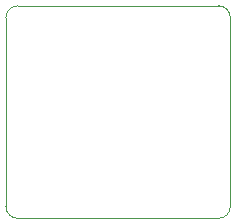
<source format=gbr>
%TF.GenerationSoftware,KiCad,Pcbnew,8.0.6*%
%TF.CreationDate,2024-12-01T12:36:53+01:00*%
%TF.ProjectId,daughter_board,64617567-6874-4657-925f-626f6172642e,rev?*%
%TF.SameCoordinates,Original*%
%TF.FileFunction,Profile,NP*%
%FSLAX46Y46*%
G04 Gerber Fmt 4.6, Leading zero omitted, Abs format (unit mm)*
G04 Created by KiCad (PCBNEW 8.0.6) date 2024-12-01 12:36:53*
%MOMM*%
%LPD*%
G01*
G04 APERTURE LIST*
%TA.AperFunction,Profile*%
%ADD10C,0.050000*%
%TD*%
G04 APERTURE END LIST*
D10*
X175514597Y-48187159D02*
G75*
G02*
X176514641Y-49187159I3J-1000041D01*
G01*
X157514597Y-49187159D02*
G75*
G02*
X158514597Y-48187097I1000103J-41D01*
G01*
X175514597Y-66187159D02*
X158514597Y-66187159D01*
X176514597Y-49187159D02*
X176514597Y-65187159D01*
X158514597Y-66187159D02*
G75*
G02*
X157514641Y-65187159I3J999959D01*
G01*
X157514597Y-65187159D02*
X157514597Y-49187159D01*
X176514597Y-65187159D02*
G75*
G02*
X175514597Y-66187097I-999897J-41D01*
G01*
X158514597Y-48187159D02*
X175514597Y-48187159D01*
M02*

</source>
